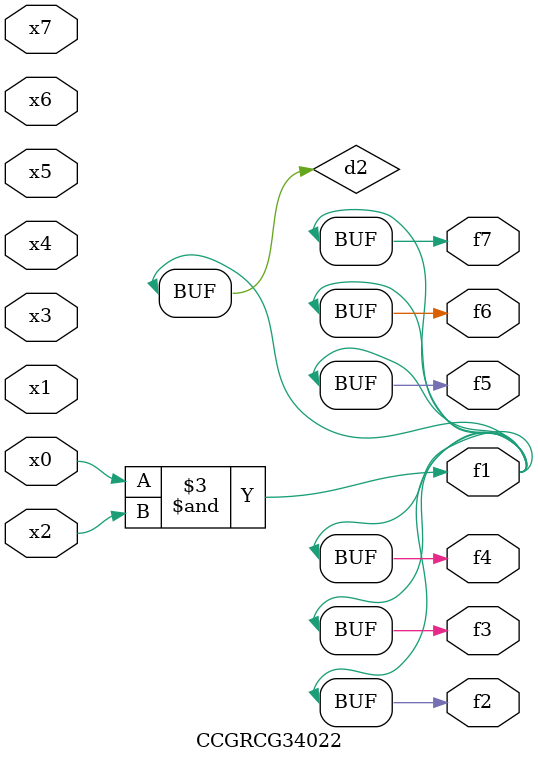
<source format=v>
module CCGRCG34022(
	input x0, x1, x2, x3, x4, x5, x6, x7,
	output f1, f2, f3, f4, f5, f6, f7
);

	wire d1, d2;

	nor (d1, x3, x6);
	and (d2, x0, x2);
	assign f1 = d2;
	assign f2 = d2;
	assign f3 = d2;
	assign f4 = d2;
	assign f5 = d2;
	assign f6 = d2;
	assign f7 = d2;
endmodule

</source>
